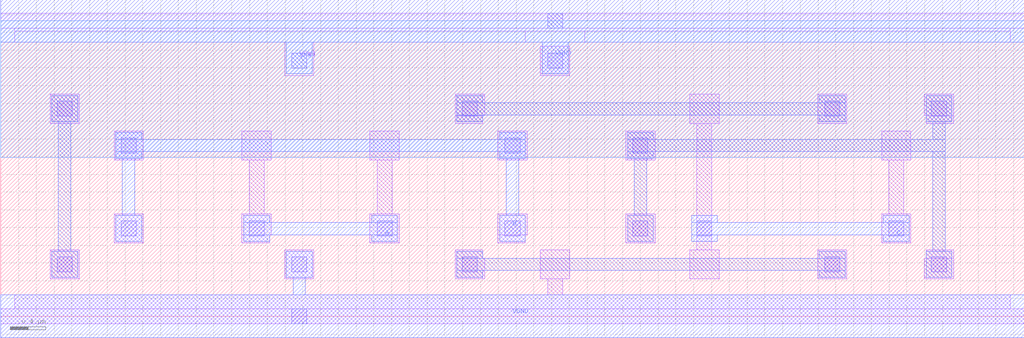
<source format=lef>
VERSION 5.7 ;
  NOWIREEXTENSIONATPIN ON ;
  DIVIDERCHAR "/" ;
  BUSBITCHARS "[]" ;
MACRO SUTHERLAND1989
  CLASS CORE ;
  FOREIGN SUTHERLAND1989 ;
  ORIGIN 0.000 0.000 ;
  SIZE 11.520 BY 3.330 ;
  SYMMETRY X Y ;
  SITE unit ;
  PIN A
    ANTENNAGATEAREA 0.378000 ;
    PORT
      LAYER met1 ;
        RECT 2.735 1.060 3.025 1.135 ;
        RECT 4.175 1.060 4.465 1.135 ;
        RECT 2.735 0.920 4.465 1.060 ;
        RECT 2.735 0.845 3.025 0.920 ;
        RECT 4.175 0.845 4.465 0.920 ;
    END
  END A
  PIN B
    ANTENNAGATEAREA 0.378000 ;
    PORT
      LAYER met1 ;
        RECT 1.295 1.995 1.585 2.070 ;
        RECT 5.615 1.995 5.905 2.070 ;
        RECT 1.295 1.855 5.905 1.995 ;
        RECT 1.295 1.780 1.585 1.855 ;
        RECT 5.615 1.780 5.905 1.855 ;
        RECT 1.370 1.135 1.510 1.780 ;
        RECT 5.690 1.135 5.830 1.780 ;
        RECT 1.295 0.845 1.585 1.135 ;
        RECT 5.615 0.845 5.905 1.135 ;
    END
  END B
  PIN C
    ANTENNAGATEAREA 0.189000 ;
    ANTENNADIFFAREA 1.031650 ;
    PORT
      LAYER met1 ;
        RECT 7.775 1.060 8.065 1.135 ;
        RECT 9.935 1.060 10.225 1.135 ;
        RECT 7.775 0.920 10.225 1.060 ;
        RECT 7.775 0.845 8.065 0.920 ;
        RECT 9.935 0.845 10.225 0.920 ;
    END
  END C
  PIN VGND
    ANTENNADIFFAREA 1.124200 ;
    PORT
      LAYER met1 ;
        RECT 3.215 0.440 3.505 0.730 ;
        RECT 3.290 0.240 3.430 0.440 ;
        RECT 0.000 -0.240 11.520 0.240 ;
    END
    PORT
      LAYER met1 ;
        RECT 0.000 3.090 11.520 3.570 ;
        RECT 3.215 2.735 3.505 3.090 ;
        RECT 6.095 2.735 6.385 3.090 ;
    END
  END VGND
  PIN VPWR
    ANTENNADIFFAREA 1.083600 ;
    PORT
      LAYER li1 ;
        RECT 0.000 3.245 11.520 3.415 ;
        RECT 0.155 3.215 11.365 3.245 ;
        RECT 0.155 3.090 5.905 3.215 ;
        RECT 6.575 3.090 11.365 3.215 ;
        RECT 3.195 2.715 3.525 3.090 ;
      LAYER mcon ;
        RECT 6.155 3.245 6.325 3.415 ;
        RECT 3.275 2.795 3.445 2.965 ;
    END
  END VPWR
  OBS
      LAYER nwell ;
        RECT 0.000 1.790 11.520 3.330 ;
      LAYER li1 ;
        RECT 6.075 2.715 6.405 3.045 ;
        RECT 0.555 2.175 0.885 2.505 ;
        RECT 5.115 2.260 5.445 2.505 ;
        RECT 5.115 2.175 5.425 2.260 ;
        RECT 7.755 2.175 8.085 2.505 ;
        RECT 9.195 2.175 9.525 2.505 ;
        RECT 10.395 2.260 10.725 2.505 ;
        RECT 10.415 2.175 10.725 2.260 ;
        RECT 1.275 1.760 1.605 2.090 ;
        RECT 2.715 1.760 3.045 2.090 ;
        RECT 4.155 1.760 4.485 2.090 ;
        RECT 5.595 1.760 5.925 2.090 ;
        RECT 7.035 1.760 7.365 2.090 ;
        RECT 2.795 1.155 2.965 1.760 ;
        RECT 4.235 1.155 4.405 1.760 ;
        RECT 1.275 0.825 1.605 1.155 ;
        RECT 2.715 0.920 3.045 1.155 ;
        RECT 2.715 0.825 3.025 0.920 ;
        RECT 4.155 0.825 4.485 1.155 ;
        RECT 5.595 0.920 5.925 1.155 ;
        RECT 5.595 0.825 5.905 0.920 ;
        RECT 7.035 0.825 7.365 1.155 ;
        RECT 7.835 0.750 8.005 2.175 ;
        RECT 9.915 1.760 10.245 2.090 ;
        RECT 9.995 1.155 10.165 1.760 ;
        RECT 9.915 0.825 10.245 1.155 ;
        RECT 0.555 0.420 0.885 0.750 ;
        RECT 3.195 0.420 3.525 0.750 ;
        RECT 5.115 0.655 5.425 0.750 ;
        RECT 5.115 0.420 5.445 0.655 ;
        RECT 6.075 0.420 6.405 0.750 ;
        RECT 7.755 0.420 8.085 0.750 ;
        RECT 9.195 0.420 9.525 0.750 ;
        RECT 10.415 0.655 10.725 0.750 ;
        RECT 10.395 0.420 10.725 0.655 ;
        RECT 6.155 0.240 6.325 0.420 ;
        RECT 0.155 0.085 11.365 0.240 ;
        RECT 0.000 -0.085 11.520 0.085 ;
      LAYER mcon ;
        RECT 6.155 2.795 6.325 2.965 ;
        RECT 0.635 2.255 0.805 2.425 ;
        RECT 5.195 2.255 5.365 2.425 ;
        RECT 9.275 2.255 9.445 2.425 ;
        RECT 10.475 2.255 10.645 2.425 ;
        RECT 1.355 1.840 1.525 2.010 ;
        RECT 5.675 1.840 5.845 2.010 ;
        RECT 7.115 1.840 7.285 2.010 ;
        RECT 1.355 0.905 1.525 1.075 ;
        RECT 2.795 0.905 2.965 1.075 ;
        RECT 4.235 0.905 4.405 1.075 ;
        RECT 5.675 0.905 5.845 1.075 ;
        RECT 7.115 0.905 7.285 1.075 ;
        RECT 7.835 0.905 8.005 1.075 ;
        RECT 9.995 0.905 10.165 1.075 ;
        RECT 0.635 0.500 0.805 0.670 ;
        RECT 3.275 0.500 3.445 0.670 ;
        RECT 5.195 0.500 5.365 0.670 ;
        RECT 9.275 0.500 9.445 0.670 ;
        RECT 10.475 0.500 10.645 0.670 ;
        RECT 3.275 -0.085 3.445 0.085 ;
      LAYER met1 ;
        RECT 0.575 2.195 0.865 2.485 ;
        RECT 5.135 2.410 5.425 2.485 ;
        RECT 9.215 2.410 9.505 2.485 ;
        RECT 5.135 2.270 9.505 2.410 ;
        RECT 5.135 2.195 5.425 2.270 ;
        RECT 9.215 2.195 9.505 2.270 ;
        RECT 10.415 2.195 10.705 2.485 ;
        RECT 0.650 0.730 0.790 2.195 ;
        RECT 7.055 1.995 7.345 2.070 ;
        RECT 10.490 1.995 10.630 2.195 ;
        RECT 7.055 1.855 10.630 1.995 ;
        RECT 7.055 1.780 7.345 1.855 ;
        RECT 7.130 1.135 7.270 1.780 ;
        RECT 7.055 0.845 7.345 1.135 ;
        RECT 10.490 0.730 10.630 1.855 ;
        RECT 0.575 0.440 0.865 0.730 ;
        RECT 5.135 0.655 5.425 0.730 ;
        RECT 9.215 0.655 9.505 0.730 ;
        RECT 5.135 0.515 9.505 0.655 ;
        RECT 5.135 0.440 5.425 0.515 ;
        RECT 9.215 0.440 9.505 0.515 ;
        RECT 10.415 0.440 10.705 0.730 ;
  END
END SUTHERLAND1989
END LIBRARY


</source>
